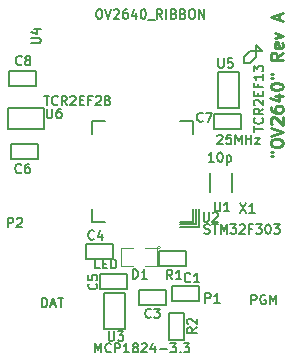
<source format=gto>
G04 (created by PCBNEW (2013-jul-07)-stable) date Mon 11 May 2015 05:44:55 PM EDT*
%MOIN*%
G04 Gerber Fmt 3.4, Leading zero omitted, Abs format*
%FSLAX34Y34*%
G01*
G70*
G90*
G04 APERTURE LIST*
%ADD10C,0.00590551*%
%ADD11C,0.01*%
%ADD12C,0.00787402*%
%ADD13C,0.005*%
%ADD14C,0.0039*%
G04 APERTURE END LIST*
G54D10*
G54D11*
X33001Y-26731D02*
X33078Y-26731D01*
X33001Y-26579D02*
X33078Y-26579D01*
X33001Y-26331D02*
X33001Y-26255D01*
X33020Y-26217D01*
X33059Y-26179D01*
X33135Y-26159D01*
X33268Y-26159D01*
X33344Y-26179D01*
X33382Y-26217D01*
X33401Y-26255D01*
X33401Y-26331D01*
X33382Y-26369D01*
X33344Y-26407D01*
X33268Y-26426D01*
X33135Y-26426D01*
X33059Y-26407D01*
X33020Y-26369D01*
X33001Y-26331D01*
X33001Y-26045D02*
X33401Y-25912D01*
X33001Y-25779D01*
X33040Y-25664D02*
X33020Y-25645D01*
X33001Y-25607D01*
X33001Y-25512D01*
X33020Y-25474D01*
X33040Y-25455D01*
X33078Y-25436D01*
X33116Y-25436D01*
X33173Y-25455D01*
X33401Y-25683D01*
X33401Y-25436D01*
X33001Y-25093D02*
X33001Y-25169D01*
X33020Y-25207D01*
X33040Y-25226D01*
X33097Y-25264D01*
X33173Y-25283D01*
X33325Y-25283D01*
X33363Y-25264D01*
X33382Y-25245D01*
X33401Y-25207D01*
X33401Y-25131D01*
X33382Y-25093D01*
X33363Y-25074D01*
X33325Y-25055D01*
X33230Y-25055D01*
X33192Y-25074D01*
X33173Y-25093D01*
X33154Y-25131D01*
X33154Y-25207D01*
X33173Y-25245D01*
X33192Y-25264D01*
X33230Y-25283D01*
X33135Y-24712D02*
X33401Y-24712D01*
X32982Y-24807D02*
X33268Y-24902D01*
X33268Y-24655D01*
X33001Y-24426D02*
X33001Y-24388D01*
X33020Y-24350D01*
X33040Y-24331D01*
X33078Y-24312D01*
X33154Y-24293D01*
X33249Y-24293D01*
X33325Y-24312D01*
X33363Y-24331D01*
X33382Y-24350D01*
X33401Y-24388D01*
X33401Y-24426D01*
X33382Y-24464D01*
X33363Y-24483D01*
X33325Y-24502D01*
X33249Y-24521D01*
X33154Y-24521D01*
X33078Y-24502D01*
X33040Y-24483D01*
X33020Y-24464D01*
X33001Y-24426D01*
X33001Y-24140D02*
X33078Y-24140D01*
X33001Y-23988D02*
X33078Y-23988D01*
X33401Y-23283D02*
X33211Y-23417D01*
X33401Y-23512D02*
X33001Y-23512D01*
X33001Y-23360D01*
X33020Y-23321D01*
X33040Y-23302D01*
X33078Y-23283D01*
X33135Y-23283D01*
X33173Y-23302D01*
X33192Y-23321D01*
X33211Y-23360D01*
X33211Y-23512D01*
X33382Y-22960D02*
X33401Y-22998D01*
X33401Y-23074D01*
X33382Y-23112D01*
X33344Y-23131D01*
X33192Y-23131D01*
X33154Y-23112D01*
X33135Y-23074D01*
X33135Y-22998D01*
X33154Y-22960D01*
X33192Y-22940D01*
X33230Y-22940D01*
X33268Y-23131D01*
X33135Y-22807D02*
X33401Y-22712D01*
X33135Y-22617D01*
X33287Y-22179D02*
X33287Y-21988D01*
X33401Y-22217D02*
X33001Y-22083D01*
X33401Y-21950D01*
G54D12*
X32117Y-23417D02*
X32117Y-23617D01*
X32317Y-23217D02*
X32117Y-23417D01*
X32717Y-23217D02*
X32317Y-23217D01*
X32317Y-23617D02*
X32517Y-23417D01*
X32117Y-23617D02*
X32317Y-23617D01*
X32517Y-23017D02*
X32517Y-23417D01*
X32717Y-23217D02*
X32517Y-23017D01*
G54D13*
X25433Y-25135D02*
X25433Y-25835D01*
X25433Y-25835D02*
X24233Y-25835D01*
X24233Y-25835D02*
X24233Y-25135D01*
X24233Y-25135D02*
X25433Y-25135D01*
X27427Y-31290D02*
X28127Y-31290D01*
X28127Y-31290D02*
X28127Y-32490D01*
X28127Y-32490D02*
X27427Y-32490D01*
X27427Y-32490D02*
X27427Y-31290D01*
X31258Y-23917D02*
X31958Y-23917D01*
X31958Y-23917D02*
X31958Y-25117D01*
X31958Y-25117D02*
X31258Y-25117D01*
X31258Y-25117D02*
X31258Y-23917D01*
G54D14*
X29325Y-29786D02*
G75*
G03X29325Y-29786I-50J0D01*
G74*
G01*
X28825Y-29786D02*
X29225Y-29786D01*
X29225Y-29786D02*
X29225Y-30386D01*
X29225Y-30386D02*
X28825Y-30386D01*
X28425Y-30386D02*
X28025Y-30386D01*
X28025Y-30386D02*
X28025Y-29786D01*
X28025Y-29786D02*
X28425Y-29786D01*
G54D13*
X30603Y-31553D02*
X29703Y-31553D01*
X29703Y-31553D02*
X29703Y-31053D01*
X29703Y-31053D02*
X30603Y-31053D01*
X30603Y-31053D02*
X30603Y-31553D01*
X30106Y-31947D02*
X30106Y-32847D01*
X30106Y-32847D02*
X29606Y-32847D01*
X29606Y-32847D02*
X29606Y-31947D01*
X29606Y-31947D02*
X30106Y-31947D01*
X29497Y-31687D02*
X28597Y-31687D01*
X28597Y-31687D02*
X28597Y-31187D01*
X28597Y-31187D02*
X29497Y-31187D01*
X29497Y-31187D02*
X29497Y-31687D01*
X26852Y-29664D02*
X27752Y-29664D01*
X27752Y-29664D02*
X27752Y-30164D01*
X27752Y-30164D02*
X26852Y-30164D01*
X26852Y-30164D02*
X26852Y-29664D01*
X27315Y-30668D02*
X28215Y-30668D01*
X28215Y-30668D02*
X28215Y-31168D01*
X28215Y-31168D02*
X27315Y-31168D01*
X27315Y-31168D02*
X27315Y-30668D01*
X24337Y-26328D02*
X25237Y-26328D01*
X25237Y-26328D02*
X25237Y-26828D01*
X25237Y-26828D02*
X24337Y-26828D01*
X24337Y-26828D02*
X24337Y-26328D01*
X29284Y-29882D02*
X30184Y-29882D01*
X30184Y-29882D02*
X30184Y-30382D01*
X30184Y-30382D02*
X29284Y-30382D01*
X29284Y-30382D02*
X29284Y-29882D01*
G54D10*
X30963Y-27308D02*
X30963Y-27938D01*
X31695Y-27930D02*
X31695Y-27300D01*
G54D13*
X25161Y-24408D02*
X24261Y-24408D01*
X24261Y-24408D02*
X24261Y-23908D01*
X24261Y-23908D02*
X25161Y-23908D01*
X25161Y-23908D02*
X25161Y-24408D01*
X31111Y-25339D02*
X32011Y-25339D01*
X32011Y-25339D02*
X32011Y-25839D01*
X32011Y-25839D02*
X31111Y-25839D01*
X31111Y-25839D02*
X31111Y-25339D01*
G54D10*
X29987Y-25563D02*
X30401Y-25563D01*
X30401Y-25563D02*
X30401Y-25977D01*
X27035Y-25977D02*
X27035Y-25563D01*
X27035Y-25563D02*
X27468Y-25563D01*
X27448Y-28910D02*
X27468Y-28910D01*
X27448Y-28910D02*
X27054Y-28910D01*
X27054Y-28910D02*
X27054Y-28496D01*
X30598Y-28496D02*
X30598Y-29107D01*
X30598Y-29107D02*
X30007Y-29107D01*
X30007Y-29107D02*
X29987Y-29107D01*
X30499Y-28496D02*
X30499Y-28988D01*
X30499Y-28988D02*
X30499Y-29008D01*
X30499Y-29008D02*
X29987Y-29008D01*
X30401Y-28496D02*
X30401Y-28910D01*
X30401Y-28910D02*
X29987Y-28910D01*
X31976Y-28308D02*
X32183Y-28618D01*
X32183Y-28308D02*
X31976Y-28618D01*
X32463Y-28618D02*
X32286Y-28618D01*
X32375Y-28618D02*
X32375Y-28308D01*
X32345Y-28352D01*
X32316Y-28381D01*
X32286Y-28396D01*
X31219Y-26044D02*
X31234Y-26029D01*
X31263Y-26015D01*
X31337Y-26015D01*
X31367Y-26029D01*
X31381Y-26044D01*
X31396Y-26074D01*
X31396Y-26103D01*
X31381Y-26147D01*
X31204Y-26325D01*
X31396Y-26325D01*
X31677Y-26015D02*
X31529Y-26015D01*
X31514Y-26162D01*
X31529Y-26147D01*
X31559Y-26133D01*
X31632Y-26133D01*
X31662Y-26147D01*
X31677Y-26162D01*
X31691Y-26192D01*
X31691Y-26265D01*
X31677Y-26295D01*
X31662Y-26310D01*
X31632Y-26325D01*
X31559Y-26325D01*
X31529Y-26310D01*
X31514Y-26295D01*
X31824Y-26325D02*
X31824Y-26015D01*
X31928Y-26236D01*
X32031Y-26015D01*
X32031Y-26325D01*
X32179Y-26325D02*
X32179Y-26015D01*
X32179Y-26162D02*
X32356Y-26162D01*
X32356Y-26325D02*
X32356Y-26015D01*
X32474Y-26118D02*
X32636Y-26118D01*
X32474Y-26325D01*
X32636Y-26325D01*
X25544Y-25155D02*
X25544Y-25406D01*
X25559Y-25435D01*
X25574Y-25450D01*
X25603Y-25465D01*
X25662Y-25465D01*
X25692Y-25450D01*
X25707Y-25435D01*
X25721Y-25406D01*
X25721Y-25155D01*
X26002Y-25155D02*
X25943Y-25155D01*
X25913Y-25170D01*
X25899Y-25185D01*
X25869Y-25229D01*
X25854Y-25288D01*
X25854Y-25406D01*
X25869Y-25435D01*
X25884Y-25450D01*
X25913Y-25465D01*
X25972Y-25465D01*
X26002Y-25450D01*
X26017Y-25435D01*
X26031Y-25406D01*
X26031Y-25332D01*
X26017Y-25303D01*
X26002Y-25288D01*
X25972Y-25273D01*
X25913Y-25273D01*
X25884Y-25288D01*
X25869Y-25303D01*
X25854Y-25332D01*
X25440Y-24726D02*
X25617Y-24726D01*
X25528Y-25036D02*
X25528Y-24726D01*
X25897Y-25007D02*
X25883Y-25021D01*
X25838Y-25036D01*
X25809Y-25036D01*
X25765Y-25021D01*
X25735Y-24992D01*
X25720Y-24962D01*
X25705Y-24903D01*
X25705Y-24859D01*
X25720Y-24800D01*
X25735Y-24770D01*
X25765Y-24741D01*
X25809Y-24726D01*
X25838Y-24726D01*
X25883Y-24741D01*
X25897Y-24756D01*
X26207Y-25036D02*
X26104Y-24888D01*
X26030Y-25036D02*
X26030Y-24726D01*
X26148Y-24726D01*
X26178Y-24741D01*
X26193Y-24756D01*
X26207Y-24785D01*
X26207Y-24829D01*
X26193Y-24859D01*
X26178Y-24874D01*
X26148Y-24888D01*
X26030Y-24888D01*
X26325Y-24756D02*
X26340Y-24741D01*
X26370Y-24726D01*
X26444Y-24726D01*
X26473Y-24741D01*
X26488Y-24756D01*
X26503Y-24785D01*
X26503Y-24815D01*
X26488Y-24859D01*
X26311Y-25036D01*
X26503Y-25036D01*
X26635Y-24874D02*
X26739Y-24874D01*
X26783Y-25036D02*
X26635Y-25036D01*
X26635Y-24726D01*
X26783Y-24726D01*
X27019Y-24874D02*
X26916Y-24874D01*
X26916Y-25036D02*
X26916Y-24726D01*
X27064Y-24726D01*
X27167Y-24756D02*
X27182Y-24741D01*
X27211Y-24726D01*
X27285Y-24726D01*
X27315Y-24741D01*
X27329Y-24756D01*
X27344Y-24785D01*
X27344Y-24815D01*
X27329Y-24859D01*
X27152Y-25036D01*
X27344Y-25036D01*
X27521Y-24859D02*
X27492Y-24844D01*
X27477Y-24829D01*
X27462Y-24800D01*
X27462Y-24785D01*
X27477Y-24756D01*
X27492Y-24741D01*
X27521Y-24726D01*
X27580Y-24726D01*
X27610Y-24741D01*
X27625Y-24756D01*
X27639Y-24785D01*
X27639Y-24800D01*
X27625Y-24829D01*
X27610Y-24844D01*
X27580Y-24859D01*
X27521Y-24859D01*
X27492Y-24874D01*
X27477Y-24888D01*
X27462Y-24918D01*
X27462Y-24977D01*
X27477Y-25007D01*
X27492Y-25021D01*
X27521Y-25036D01*
X27580Y-25036D01*
X27610Y-25021D01*
X27625Y-25007D01*
X27639Y-24977D01*
X27639Y-24918D01*
X27625Y-24888D01*
X27610Y-24874D01*
X27580Y-24859D01*
X27600Y-32571D02*
X27600Y-32822D01*
X27615Y-32851D01*
X27630Y-32866D01*
X27659Y-32881D01*
X27718Y-32881D01*
X27748Y-32866D01*
X27763Y-32851D01*
X27777Y-32822D01*
X27777Y-32571D01*
X27896Y-32571D02*
X28087Y-32571D01*
X27984Y-32689D01*
X28028Y-32689D01*
X28058Y-32704D01*
X28073Y-32719D01*
X28087Y-32748D01*
X28087Y-32822D01*
X28073Y-32851D01*
X28058Y-32866D01*
X28028Y-32881D01*
X27940Y-32881D01*
X27910Y-32866D01*
X27896Y-32851D01*
X27145Y-33275D02*
X27145Y-32965D01*
X27248Y-33186D01*
X27351Y-32965D01*
X27351Y-33275D01*
X27676Y-33245D02*
X27661Y-33260D01*
X27617Y-33275D01*
X27588Y-33275D01*
X27543Y-33260D01*
X27514Y-33231D01*
X27499Y-33201D01*
X27484Y-33142D01*
X27484Y-33098D01*
X27499Y-33039D01*
X27514Y-33009D01*
X27543Y-32980D01*
X27588Y-32965D01*
X27617Y-32965D01*
X27661Y-32980D01*
X27676Y-32995D01*
X27809Y-33275D02*
X27809Y-32965D01*
X27927Y-32965D01*
X27957Y-32980D01*
X27971Y-32995D01*
X27986Y-33024D01*
X27986Y-33068D01*
X27971Y-33098D01*
X27957Y-33113D01*
X27927Y-33127D01*
X27809Y-33127D01*
X28281Y-33275D02*
X28104Y-33275D01*
X28193Y-33275D02*
X28193Y-32965D01*
X28163Y-33009D01*
X28134Y-33039D01*
X28104Y-33054D01*
X28459Y-33098D02*
X28429Y-33083D01*
X28414Y-33068D01*
X28400Y-33039D01*
X28400Y-33024D01*
X28414Y-32995D01*
X28429Y-32980D01*
X28459Y-32965D01*
X28518Y-32965D01*
X28547Y-32980D01*
X28562Y-32995D01*
X28577Y-33024D01*
X28577Y-33039D01*
X28562Y-33068D01*
X28547Y-33083D01*
X28518Y-33098D01*
X28459Y-33098D01*
X28429Y-33113D01*
X28414Y-33127D01*
X28400Y-33157D01*
X28400Y-33216D01*
X28414Y-33245D01*
X28429Y-33260D01*
X28459Y-33275D01*
X28518Y-33275D01*
X28547Y-33260D01*
X28562Y-33245D01*
X28577Y-33216D01*
X28577Y-33157D01*
X28562Y-33127D01*
X28547Y-33113D01*
X28518Y-33098D01*
X28695Y-32995D02*
X28710Y-32980D01*
X28739Y-32965D01*
X28813Y-32965D01*
X28842Y-32980D01*
X28857Y-32995D01*
X28872Y-33024D01*
X28872Y-33054D01*
X28857Y-33098D01*
X28680Y-33275D01*
X28872Y-33275D01*
X29138Y-33068D02*
X29138Y-33275D01*
X29064Y-32950D02*
X28990Y-33172D01*
X29182Y-33172D01*
X29300Y-33157D02*
X29536Y-33157D01*
X29654Y-32965D02*
X29846Y-32965D01*
X29743Y-33083D01*
X29787Y-33083D01*
X29817Y-33098D01*
X29831Y-33113D01*
X29846Y-33142D01*
X29846Y-33216D01*
X29831Y-33245D01*
X29817Y-33260D01*
X29787Y-33275D01*
X29699Y-33275D01*
X29669Y-33260D01*
X29654Y-33245D01*
X29979Y-33245D02*
X29994Y-33260D01*
X29979Y-33275D01*
X29964Y-33260D01*
X29979Y-33245D01*
X29979Y-33275D01*
X30097Y-32965D02*
X30289Y-32965D01*
X30186Y-33083D01*
X30230Y-33083D01*
X30260Y-33098D01*
X30274Y-33113D01*
X30289Y-33142D01*
X30289Y-33216D01*
X30274Y-33245D01*
X30260Y-33260D01*
X30230Y-33275D01*
X30141Y-33275D01*
X30112Y-33260D01*
X30097Y-33245D01*
X31254Y-23467D02*
X31254Y-23718D01*
X31268Y-23747D01*
X31283Y-23762D01*
X31313Y-23777D01*
X31372Y-23777D01*
X31401Y-23762D01*
X31416Y-23747D01*
X31431Y-23718D01*
X31431Y-23467D01*
X31726Y-23467D02*
X31578Y-23467D01*
X31564Y-23614D01*
X31578Y-23600D01*
X31608Y-23585D01*
X31682Y-23585D01*
X31711Y-23600D01*
X31726Y-23614D01*
X31741Y-23644D01*
X31741Y-23718D01*
X31726Y-23747D01*
X31711Y-23762D01*
X31682Y-23777D01*
X31608Y-23777D01*
X31578Y-23762D01*
X31564Y-23747D01*
X32432Y-25913D02*
X32432Y-25735D01*
X32742Y-25824D02*
X32432Y-25824D01*
X32713Y-25455D02*
X32727Y-25470D01*
X32742Y-25514D01*
X32742Y-25544D01*
X32727Y-25588D01*
X32698Y-25617D01*
X32668Y-25632D01*
X32609Y-25647D01*
X32565Y-25647D01*
X32506Y-25632D01*
X32476Y-25617D01*
X32447Y-25588D01*
X32432Y-25544D01*
X32432Y-25514D01*
X32447Y-25470D01*
X32462Y-25455D01*
X32742Y-25145D02*
X32595Y-25248D01*
X32742Y-25322D02*
X32432Y-25322D01*
X32432Y-25204D01*
X32447Y-25174D01*
X32462Y-25160D01*
X32491Y-25145D01*
X32536Y-25145D01*
X32565Y-25160D01*
X32580Y-25174D01*
X32595Y-25204D01*
X32595Y-25322D01*
X32462Y-25027D02*
X32447Y-25012D01*
X32432Y-24983D01*
X32432Y-24909D01*
X32447Y-24879D01*
X32462Y-24864D01*
X32491Y-24850D01*
X32521Y-24850D01*
X32565Y-24864D01*
X32742Y-25042D01*
X32742Y-24850D01*
X32580Y-24717D02*
X32580Y-24614D01*
X32742Y-24569D02*
X32742Y-24717D01*
X32432Y-24717D01*
X32432Y-24569D01*
X32580Y-24333D02*
X32580Y-24436D01*
X32742Y-24436D02*
X32432Y-24436D01*
X32432Y-24289D01*
X32742Y-24008D02*
X32742Y-24185D01*
X32742Y-24097D02*
X32432Y-24097D01*
X32476Y-24126D01*
X32506Y-24156D01*
X32521Y-24185D01*
X32432Y-23905D02*
X32432Y-23713D01*
X32550Y-23816D01*
X32550Y-23772D01*
X32565Y-23743D01*
X32580Y-23728D01*
X32609Y-23713D01*
X32683Y-23713D01*
X32713Y-23728D01*
X32727Y-23743D01*
X32742Y-23772D01*
X32742Y-23861D01*
X32727Y-23890D01*
X32713Y-23905D01*
X28408Y-30813D02*
X28408Y-30503D01*
X28482Y-30503D01*
X28526Y-30518D01*
X28555Y-30547D01*
X28570Y-30577D01*
X28585Y-30636D01*
X28585Y-30680D01*
X28570Y-30739D01*
X28555Y-30769D01*
X28526Y-30798D01*
X28482Y-30813D01*
X28408Y-30813D01*
X28880Y-30813D02*
X28703Y-30813D01*
X28792Y-30813D02*
X28792Y-30503D01*
X28762Y-30547D01*
X28732Y-30577D01*
X28703Y-30592D01*
X27298Y-30475D02*
X27150Y-30475D01*
X27150Y-30165D01*
X27401Y-30312D02*
X27505Y-30312D01*
X27549Y-30475D02*
X27401Y-30475D01*
X27401Y-30165D01*
X27549Y-30165D01*
X27682Y-30475D02*
X27682Y-30165D01*
X27756Y-30165D01*
X27800Y-30179D01*
X27829Y-30209D01*
X27844Y-30238D01*
X27859Y-30297D01*
X27859Y-30342D01*
X27844Y-30401D01*
X27829Y-30430D01*
X27800Y-30460D01*
X27756Y-30475D01*
X27682Y-30475D01*
X30321Y-30902D02*
X30306Y-30917D01*
X30262Y-30932D01*
X30232Y-30932D01*
X30188Y-30917D01*
X30158Y-30888D01*
X30144Y-30858D01*
X30129Y-30799D01*
X30129Y-30755D01*
X30144Y-30696D01*
X30158Y-30666D01*
X30188Y-30637D01*
X30232Y-30622D01*
X30262Y-30622D01*
X30306Y-30637D01*
X30321Y-30652D01*
X30616Y-30932D02*
X30439Y-30932D01*
X30528Y-30932D02*
X30528Y-30622D01*
X30498Y-30666D01*
X30468Y-30696D01*
X30439Y-30711D01*
X30535Y-32441D02*
X30387Y-32545D01*
X30535Y-32618D02*
X30225Y-32618D01*
X30225Y-32500D01*
X30240Y-32471D01*
X30255Y-32456D01*
X30284Y-32441D01*
X30328Y-32441D01*
X30358Y-32456D01*
X30373Y-32471D01*
X30387Y-32500D01*
X30387Y-32618D01*
X30255Y-32323D02*
X30240Y-32308D01*
X30225Y-32279D01*
X30225Y-32205D01*
X30240Y-32175D01*
X30255Y-32161D01*
X30284Y-32146D01*
X30314Y-32146D01*
X30358Y-32161D01*
X30535Y-32338D01*
X30535Y-32146D01*
X29005Y-32092D02*
X28990Y-32107D01*
X28946Y-32122D01*
X28916Y-32122D01*
X28872Y-32107D01*
X28842Y-32078D01*
X28828Y-32048D01*
X28813Y-31989D01*
X28813Y-31945D01*
X28828Y-31886D01*
X28842Y-31856D01*
X28872Y-31827D01*
X28916Y-31812D01*
X28946Y-31812D01*
X28990Y-31827D01*
X29005Y-31842D01*
X29108Y-31812D02*
X29300Y-31812D01*
X29197Y-31930D01*
X29241Y-31930D01*
X29271Y-31945D01*
X29285Y-31960D01*
X29300Y-31989D01*
X29300Y-32063D01*
X29285Y-32092D01*
X29271Y-32107D01*
X29241Y-32122D01*
X29152Y-32122D01*
X29123Y-32107D01*
X29108Y-32092D01*
X27110Y-29489D02*
X27095Y-29504D01*
X27051Y-29519D01*
X27021Y-29519D01*
X26977Y-29504D01*
X26947Y-29475D01*
X26933Y-29445D01*
X26918Y-29386D01*
X26918Y-29342D01*
X26933Y-29283D01*
X26947Y-29253D01*
X26977Y-29224D01*
X27021Y-29209D01*
X27051Y-29209D01*
X27095Y-29224D01*
X27110Y-29239D01*
X27376Y-29312D02*
X27376Y-29519D01*
X27302Y-29194D02*
X27228Y-29416D01*
X27420Y-29416D01*
X27192Y-30977D02*
X27207Y-30992D01*
X27222Y-31036D01*
X27222Y-31066D01*
X27207Y-31110D01*
X27178Y-31140D01*
X27148Y-31154D01*
X27089Y-31169D01*
X27045Y-31169D01*
X26986Y-31154D01*
X26956Y-31140D01*
X26927Y-31110D01*
X26912Y-31066D01*
X26912Y-31036D01*
X26927Y-30992D01*
X26942Y-30977D01*
X26912Y-30697D02*
X26912Y-30844D01*
X27060Y-30859D01*
X27045Y-30844D01*
X27030Y-30815D01*
X27030Y-30741D01*
X27045Y-30711D01*
X27060Y-30697D01*
X27089Y-30682D01*
X27163Y-30682D01*
X27192Y-30697D01*
X27207Y-30711D01*
X27222Y-30741D01*
X27222Y-30815D01*
X27207Y-30844D01*
X27192Y-30859D01*
X24685Y-27266D02*
X24670Y-27281D01*
X24626Y-27296D01*
X24596Y-27296D01*
X24552Y-27281D01*
X24522Y-27252D01*
X24508Y-27222D01*
X24493Y-27163D01*
X24493Y-27119D01*
X24508Y-27060D01*
X24522Y-27030D01*
X24552Y-27001D01*
X24596Y-26986D01*
X24626Y-26986D01*
X24670Y-27001D01*
X24685Y-27016D01*
X24951Y-26986D02*
X24892Y-26986D01*
X24862Y-27001D01*
X24847Y-27016D01*
X24818Y-27060D01*
X24803Y-27119D01*
X24803Y-27237D01*
X24818Y-27266D01*
X24832Y-27281D01*
X24862Y-27296D01*
X24921Y-27296D01*
X24951Y-27281D01*
X24965Y-27266D01*
X24980Y-27237D01*
X24980Y-27163D01*
X24965Y-27134D01*
X24951Y-27119D01*
X24921Y-27104D01*
X24862Y-27104D01*
X24832Y-27119D01*
X24818Y-27134D01*
X24803Y-27163D01*
X29726Y-30834D02*
X29623Y-30686D01*
X29549Y-30834D02*
X29549Y-30524D01*
X29667Y-30524D01*
X29696Y-30539D01*
X29711Y-30554D01*
X29726Y-30583D01*
X29726Y-30627D01*
X29711Y-30657D01*
X29696Y-30672D01*
X29667Y-30686D01*
X29549Y-30686D01*
X30021Y-30834D02*
X29844Y-30834D01*
X29933Y-30834D02*
X29933Y-30524D01*
X29903Y-30568D01*
X29873Y-30598D01*
X29844Y-30613D01*
X24239Y-29095D02*
X24239Y-28785D01*
X24357Y-28785D01*
X24387Y-28800D01*
X24401Y-28814D01*
X24416Y-28844D01*
X24416Y-28888D01*
X24401Y-28918D01*
X24387Y-28933D01*
X24357Y-28947D01*
X24239Y-28947D01*
X24534Y-28814D02*
X24549Y-28800D01*
X24579Y-28785D01*
X24652Y-28785D01*
X24682Y-28800D01*
X24697Y-28814D01*
X24711Y-28844D01*
X24711Y-28874D01*
X24697Y-28918D01*
X24520Y-29095D01*
X24711Y-29095D01*
X25377Y-31760D02*
X25377Y-31450D01*
X25451Y-31450D01*
X25495Y-31465D01*
X25525Y-31494D01*
X25540Y-31524D01*
X25555Y-31583D01*
X25555Y-31627D01*
X25540Y-31686D01*
X25525Y-31716D01*
X25495Y-31745D01*
X25451Y-31760D01*
X25377Y-31760D01*
X25673Y-31671D02*
X25820Y-31671D01*
X25643Y-31760D02*
X25746Y-31450D01*
X25850Y-31760D01*
X25909Y-31450D02*
X26086Y-31450D01*
X25997Y-31760D02*
X25997Y-31450D01*
X30822Y-31614D02*
X30822Y-31304D01*
X30940Y-31304D01*
X30970Y-31319D01*
X30984Y-31334D01*
X30999Y-31363D01*
X30999Y-31408D01*
X30984Y-31437D01*
X30970Y-31452D01*
X30940Y-31467D01*
X30822Y-31467D01*
X31294Y-31614D02*
X31117Y-31614D01*
X31206Y-31614D02*
X31206Y-31304D01*
X31176Y-31349D01*
X31147Y-31378D01*
X31117Y-31393D01*
X32353Y-31658D02*
X32353Y-31348D01*
X32472Y-31348D01*
X32501Y-31363D01*
X32516Y-31378D01*
X32531Y-31407D01*
X32531Y-31452D01*
X32516Y-31481D01*
X32501Y-31496D01*
X32472Y-31511D01*
X32353Y-31511D01*
X32826Y-31363D02*
X32796Y-31348D01*
X32752Y-31348D01*
X32708Y-31363D01*
X32678Y-31393D01*
X32663Y-31422D01*
X32649Y-31481D01*
X32649Y-31525D01*
X32663Y-31584D01*
X32678Y-31614D01*
X32708Y-31644D01*
X32752Y-31658D01*
X32782Y-31658D01*
X32826Y-31644D01*
X32841Y-31629D01*
X32841Y-31525D01*
X32782Y-31525D01*
X32973Y-31658D02*
X32973Y-31348D01*
X33077Y-31570D01*
X33180Y-31348D01*
X33180Y-31658D01*
X31137Y-28263D02*
X31137Y-28514D01*
X31152Y-28543D01*
X31167Y-28558D01*
X31196Y-28573D01*
X31255Y-28573D01*
X31285Y-28558D01*
X31300Y-28543D01*
X31314Y-28514D01*
X31314Y-28263D01*
X31624Y-28573D02*
X31447Y-28573D01*
X31536Y-28573D02*
X31536Y-28263D01*
X31506Y-28307D01*
X31477Y-28337D01*
X31447Y-28352D01*
X31105Y-26915D02*
X30928Y-26915D01*
X31017Y-26915D02*
X31017Y-26605D01*
X30987Y-26649D01*
X30958Y-26679D01*
X30928Y-26694D01*
X31297Y-26605D02*
X31327Y-26605D01*
X31356Y-26620D01*
X31371Y-26635D01*
X31386Y-26664D01*
X31400Y-26723D01*
X31400Y-26797D01*
X31386Y-26856D01*
X31371Y-26885D01*
X31356Y-26900D01*
X31327Y-26915D01*
X31297Y-26915D01*
X31268Y-26900D01*
X31253Y-26885D01*
X31238Y-26856D01*
X31223Y-26797D01*
X31223Y-26723D01*
X31238Y-26664D01*
X31253Y-26635D01*
X31268Y-26620D01*
X31297Y-26605D01*
X31533Y-26708D02*
X31533Y-27018D01*
X31533Y-26723D02*
X31563Y-26708D01*
X31622Y-26708D01*
X31651Y-26723D01*
X31666Y-26738D01*
X31681Y-26767D01*
X31681Y-26856D01*
X31666Y-26885D01*
X31651Y-26900D01*
X31622Y-26915D01*
X31563Y-26915D01*
X31533Y-26900D01*
X24698Y-23674D02*
X24683Y-23689D01*
X24639Y-23704D01*
X24609Y-23704D01*
X24565Y-23689D01*
X24535Y-23660D01*
X24521Y-23630D01*
X24506Y-23571D01*
X24506Y-23527D01*
X24521Y-23468D01*
X24535Y-23438D01*
X24565Y-23409D01*
X24609Y-23394D01*
X24639Y-23394D01*
X24683Y-23409D01*
X24698Y-23423D01*
X24875Y-23527D02*
X24845Y-23512D01*
X24831Y-23497D01*
X24816Y-23468D01*
X24816Y-23453D01*
X24831Y-23423D01*
X24845Y-23409D01*
X24875Y-23394D01*
X24934Y-23394D01*
X24964Y-23409D01*
X24978Y-23423D01*
X24993Y-23453D01*
X24993Y-23468D01*
X24978Y-23497D01*
X24964Y-23512D01*
X24934Y-23527D01*
X24875Y-23527D01*
X24845Y-23542D01*
X24831Y-23556D01*
X24816Y-23586D01*
X24816Y-23645D01*
X24831Y-23674D01*
X24845Y-23689D01*
X24875Y-23704D01*
X24934Y-23704D01*
X24964Y-23689D01*
X24978Y-23674D01*
X24993Y-23645D01*
X24993Y-23586D01*
X24978Y-23556D01*
X24964Y-23542D01*
X24934Y-23527D01*
X30733Y-25557D02*
X30719Y-25572D01*
X30674Y-25587D01*
X30645Y-25587D01*
X30600Y-25572D01*
X30571Y-25542D01*
X30556Y-25513D01*
X30541Y-25454D01*
X30541Y-25409D01*
X30556Y-25350D01*
X30571Y-25321D01*
X30600Y-25291D01*
X30645Y-25277D01*
X30674Y-25277D01*
X30719Y-25291D01*
X30733Y-25306D01*
X30837Y-25277D02*
X31043Y-25277D01*
X30910Y-25587D01*
X25017Y-22963D02*
X25268Y-22963D01*
X25298Y-22948D01*
X25313Y-22934D01*
X25327Y-22904D01*
X25327Y-22845D01*
X25313Y-22815D01*
X25298Y-22801D01*
X25268Y-22786D01*
X25017Y-22786D01*
X25121Y-22505D02*
X25327Y-22505D01*
X25003Y-22579D02*
X25224Y-22653D01*
X25224Y-22461D01*
X27259Y-21842D02*
X27318Y-21842D01*
X27348Y-21857D01*
X27377Y-21887D01*
X27392Y-21946D01*
X27392Y-22049D01*
X27377Y-22108D01*
X27348Y-22138D01*
X27318Y-22152D01*
X27259Y-22152D01*
X27230Y-22138D01*
X27200Y-22108D01*
X27185Y-22049D01*
X27185Y-21946D01*
X27200Y-21887D01*
X27230Y-21857D01*
X27259Y-21842D01*
X27481Y-21842D02*
X27584Y-22152D01*
X27687Y-21842D01*
X27776Y-21872D02*
X27791Y-21857D01*
X27820Y-21842D01*
X27894Y-21842D01*
X27924Y-21857D01*
X27938Y-21872D01*
X27953Y-21901D01*
X27953Y-21931D01*
X27938Y-21975D01*
X27761Y-22152D01*
X27953Y-22152D01*
X28219Y-21842D02*
X28160Y-21842D01*
X28130Y-21857D01*
X28115Y-21872D01*
X28086Y-21916D01*
X28071Y-21975D01*
X28071Y-22093D01*
X28086Y-22123D01*
X28101Y-22138D01*
X28130Y-22152D01*
X28189Y-22152D01*
X28219Y-22138D01*
X28234Y-22123D01*
X28248Y-22093D01*
X28248Y-22020D01*
X28234Y-21990D01*
X28219Y-21975D01*
X28189Y-21960D01*
X28130Y-21960D01*
X28101Y-21975D01*
X28086Y-21990D01*
X28071Y-22020D01*
X28514Y-21946D02*
X28514Y-22152D01*
X28440Y-21828D02*
X28366Y-22049D01*
X28558Y-22049D01*
X28735Y-21842D02*
X28765Y-21842D01*
X28795Y-21857D01*
X28809Y-21872D01*
X28824Y-21901D01*
X28839Y-21960D01*
X28839Y-22034D01*
X28824Y-22093D01*
X28809Y-22123D01*
X28795Y-22138D01*
X28765Y-22152D01*
X28735Y-22152D01*
X28706Y-22138D01*
X28691Y-22123D01*
X28676Y-22093D01*
X28662Y-22034D01*
X28662Y-21960D01*
X28676Y-21901D01*
X28691Y-21872D01*
X28706Y-21857D01*
X28735Y-21842D01*
X28898Y-22182D02*
X29134Y-22182D01*
X29385Y-22152D02*
X29282Y-22005D01*
X29208Y-22152D02*
X29208Y-21842D01*
X29326Y-21842D01*
X29355Y-21857D01*
X29370Y-21872D01*
X29385Y-21901D01*
X29385Y-21946D01*
X29370Y-21975D01*
X29355Y-21990D01*
X29326Y-22005D01*
X29208Y-22005D01*
X29518Y-22152D02*
X29518Y-21842D01*
X29769Y-21990D02*
X29813Y-22005D01*
X29828Y-22020D01*
X29843Y-22049D01*
X29843Y-22093D01*
X29828Y-22123D01*
X29813Y-22138D01*
X29784Y-22152D01*
X29665Y-22152D01*
X29665Y-21842D01*
X29769Y-21842D01*
X29798Y-21857D01*
X29813Y-21872D01*
X29828Y-21901D01*
X29828Y-21931D01*
X29813Y-21960D01*
X29798Y-21975D01*
X29769Y-21990D01*
X29665Y-21990D01*
X30079Y-21990D02*
X30123Y-22005D01*
X30138Y-22020D01*
X30153Y-22049D01*
X30153Y-22093D01*
X30138Y-22123D01*
X30123Y-22138D01*
X30094Y-22152D01*
X29975Y-22152D01*
X29975Y-21842D01*
X30079Y-21842D01*
X30108Y-21857D01*
X30123Y-21872D01*
X30138Y-21901D01*
X30138Y-21931D01*
X30123Y-21960D01*
X30108Y-21975D01*
X30079Y-21990D01*
X29975Y-21990D01*
X30345Y-21842D02*
X30404Y-21842D01*
X30433Y-21857D01*
X30463Y-21887D01*
X30477Y-21946D01*
X30477Y-22049D01*
X30463Y-22108D01*
X30433Y-22138D01*
X30404Y-22152D01*
X30345Y-22152D01*
X30315Y-22138D01*
X30285Y-22108D01*
X30271Y-22049D01*
X30271Y-21946D01*
X30285Y-21887D01*
X30315Y-21857D01*
X30345Y-21842D01*
X30610Y-22152D02*
X30610Y-21842D01*
X30787Y-22152D01*
X30787Y-21842D01*
X30763Y-28605D02*
X30763Y-28856D01*
X30778Y-28885D01*
X30793Y-28900D01*
X30822Y-28915D01*
X30881Y-28915D01*
X30911Y-28900D01*
X30926Y-28885D01*
X30940Y-28856D01*
X30940Y-28605D01*
X31073Y-28635D02*
X31088Y-28620D01*
X31118Y-28605D01*
X31191Y-28605D01*
X31221Y-28620D01*
X31236Y-28635D01*
X31250Y-28664D01*
X31250Y-28694D01*
X31236Y-28738D01*
X31059Y-28915D01*
X31250Y-28915D01*
X30785Y-29300D02*
X30829Y-29315D01*
X30903Y-29315D01*
X30932Y-29300D01*
X30947Y-29285D01*
X30962Y-29256D01*
X30962Y-29226D01*
X30947Y-29197D01*
X30932Y-29182D01*
X30903Y-29167D01*
X30844Y-29153D01*
X30814Y-29138D01*
X30799Y-29123D01*
X30785Y-29094D01*
X30785Y-29064D01*
X30799Y-29035D01*
X30814Y-29020D01*
X30844Y-29005D01*
X30918Y-29005D01*
X30962Y-29020D01*
X31050Y-29005D02*
X31228Y-29005D01*
X31139Y-29315D02*
X31139Y-29005D01*
X31331Y-29315D02*
X31331Y-29005D01*
X31434Y-29226D01*
X31538Y-29005D01*
X31538Y-29315D01*
X31656Y-29005D02*
X31848Y-29005D01*
X31744Y-29123D01*
X31789Y-29123D01*
X31818Y-29138D01*
X31833Y-29153D01*
X31848Y-29182D01*
X31848Y-29256D01*
X31833Y-29285D01*
X31818Y-29300D01*
X31789Y-29315D01*
X31700Y-29315D01*
X31670Y-29300D01*
X31656Y-29285D01*
X31966Y-29035D02*
X31980Y-29020D01*
X32010Y-29005D01*
X32084Y-29005D01*
X32113Y-29020D01*
X32128Y-29035D01*
X32143Y-29064D01*
X32143Y-29094D01*
X32128Y-29138D01*
X31951Y-29315D01*
X32143Y-29315D01*
X32379Y-29153D02*
X32276Y-29153D01*
X32276Y-29315D02*
X32276Y-29005D01*
X32423Y-29005D01*
X32512Y-29005D02*
X32704Y-29005D01*
X32600Y-29123D01*
X32645Y-29123D01*
X32674Y-29138D01*
X32689Y-29153D01*
X32704Y-29182D01*
X32704Y-29256D01*
X32689Y-29285D01*
X32674Y-29300D01*
X32645Y-29315D01*
X32556Y-29315D01*
X32527Y-29300D01*
X32512Y-29285D01*
X32896Y-29005D02*
X32925Y-29005D01*
X32955Y-29020D01*
X32970Y-29035D01*
X32984Y-29064D01*
X32999Y-29123D01*
X32999Y-29197D01*
X32984Y-29256D01*
X32970Y-29285D01*
X32955Y-29300D01*
X32925Y-29315D01*
X32896Y-29315D01*
X32866Y-29300D01*
X32851Y-29285D01*
X32837Y-29256D01*
X32822Y-29197D01*
X32822Y-29123D01*
X32837Y-29064D01*
X32851Y-29035D01*
X32866Y-29020D01*
X32896Y-29005D01*
X33102Y-29005D02*
X33294Y-29005D01*
X33191Y-29123D01*
X33235Y-29123D01*
X33265Y-29138D01*
X33280Y-29153D01*
X33294Y-29182D01*
X33294Y-29256D01*
X33280Y-29285D01*
X33265Y-29300D01*
X33235Y-29315D01*
X33147Y-29315D01*
X33117Y-29300D01*
X33102Y-29285D01*
M02*

</source>
